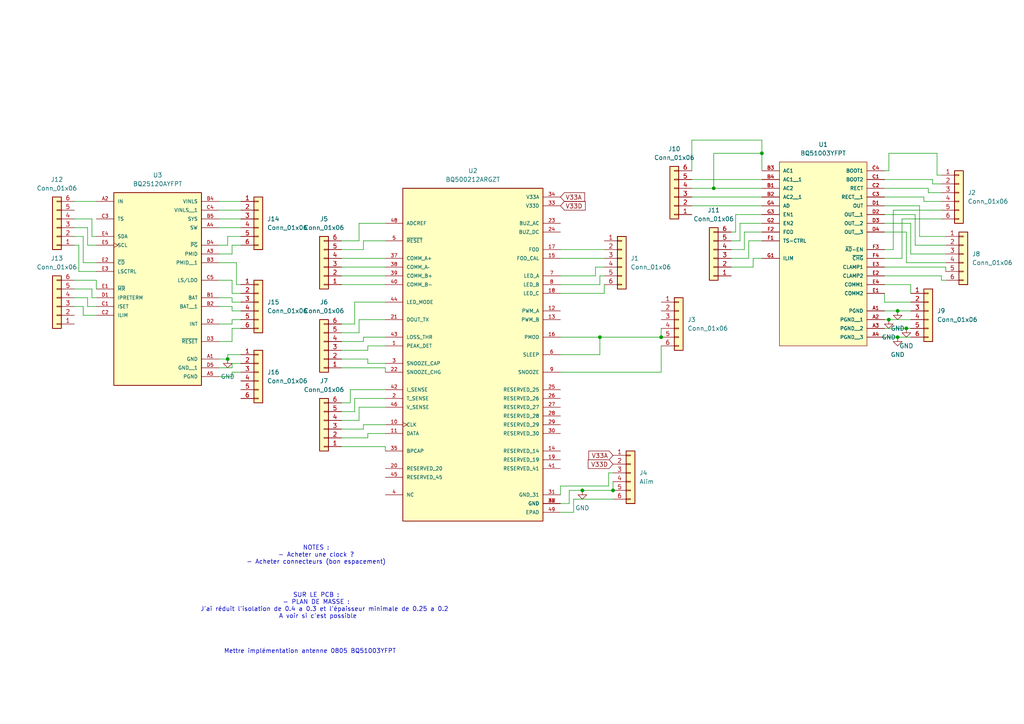
<source format=kicad_sch>
(kicad_sch (version 20250114) (generator "eeschema") (generator_version "9.0")
  (paper "A4")
  (title_block (title "Test PCB") (date "2025-10-18") (rev "1.0") (company "Coloc CORP"))
  (lib_symbols
    (symbol "BQ25120AYFPT:BQ25120AYFPT" (pin_names (offset 1.016))
      (property "Reference" "U" (at -12.7 23.622 0))
      (property "Value" "BQ25120AYFPT" (at -12.7 -35.56 0))
      (symbol "BQ25120AYFPT_0_0"
        (rectangle (start -12.7 -33.02) (end 12.7 22.86) (stroke (width 0.254)) (fill (type background)))
        (pin input line (at -17.78 20.32 0) (length 5.08) (name "IN") (number "A2"))
        (pin input line (at -17.78 15.24 0) (length 5.08) (name "TS") (number "C3"))
        (pin bidirectional line (at -17.78 10.16 0) (length 5.08) (name "SDA") (number "E4"))
        (pin input clock (at -17.78 7.62 0) (length 5.08) (name "SCL") (number "E5"))
        (pin input line (at -17.78 2.54 0) (length 5.08) (name "~{CD}") (number "E2"))
        (pin input line (at -17.78 0 0) (length 5.08) (name "LSCTRL") (number "E3"))
        (pin input line (at -17.78 -5.08 0) (length 5.08) (name "~{MR}") (number "E1"))
        (pin input line (at -17.78 -7.62 0) (length 5.08) (name "IPRETERM") (number "D1"))
        (pin input line (at -17.78 -10.16 0) (length 5.08) (name "ISET") (number "C1"))
        (pin input line (at -17.78 -12.7 0) (length 5.08) (name "ILIM") (number "C2"))
        (pin input line (at 17.78 20.32 180) (length 5.08) (name "VINLS") (number "B4"))
        (pin input line (at 17.78 17.78 180) (length 5.08) (name "VINLS__1") (number "C4"))
        (pin input line (at 17.78 15.24 180) (length 5.08) (name "SYS") (number "B5"))
        (pin output line (at 17.78 12.7 180) (length 5.08) (name "SW") (number "A4"))
        (pin output line (at 17.78 7.62 180) (length 5.08) (name "~{PG}") (number "D4"))
        (pin bidirectional line (at 17.78 5.08 180) (length 5.08) (name "PMID") (number "A3"))
        (pin bidirectional line (at 17.78 2.54 180) (length 5.08) (name "PMID__1") (number "B3"))
        (pin output line (at 17.78 -2.54 180) (length 5.08) (name "LS/LDO") (number "C5"))
        (pin bidirectional line (at 17.78 -7.62 180) (length 5.08) (name "BAT") (number "B1"))
        (pin bidirectional line (at 17.78 -10.16 180) (length 5.08) (name "BAT__1") (number "B2"))
        (pin output line (at 17.78 -15.24 180) (length 5.08) (name "INT") (number "D2"))
        (pin output line (at 17.78 -20.32 180) (length 5.08) (name "~{RESET}") (number "D3"))
        (pin power_in line (at 17.78 -25.4 180) (length 5.08) (name "GND") (number "A1"))
        (pin power_in line (at 17.78 -27.94 180) (length 5.08) (name "GND__1") (number "D5"))
        (pin power_in line (at 17.78 -30.48 180) (length 5.08) (name "PGND") (number "A5"))
      )
    )
    (symbol "BQ51003YFPT:BQ51003YFPT" (pin_names (offset 1.016))
      (property "Reference" "U" (at -12.714 18.3082 0))
      (property "Value" "BQ51003YFPT" (at -12.7203 -38.1325 0))
      (symbol "BQ51003YFPT_0_0"
        (rectangle (start -12.7 -35.56) (end 12.7 17.78) (stroke (width 0.1524)) (fill (type background)))
        (pin input line (at -17.78 15.24 0) (length 5.08) (name "AC1") (number "B3"))
        (pin input line (at -17.78 12.7 0) (length 5.08) (name "AC1__1") (number "B4"))
        (pin input line (at -17.78 10.16 0) (length 5.08) (name "AC2") (number "B1"))
        (pin input line (at -17.78 7.62 0) (length 5.08) (name "AC2__1") (number "B2"))
        (pin input line (at -17.78 5.08 0) (length 5.08) (name "AD") (number "G4"))
        (pin input line (at -17.78 2.54 0) (length 5.08) (name "EN1") (number "G3"))
        (pin input line (at -17.78 0 0) (length 5.08) (name "EN2") (number "G2"))
        (pin input line (at -17.78 -2.54 0) (length 5.08) (name "FOD") (number "F2"))
        (pin input line (at -17.78 -5.08 0) (length 5.08) (name "TS-CTRL") (number "F1"))
        (pin bidirectional line (at -17.78 -10.16 0) (length 5.08) (name "ILIM") (number "G1"))
        (pin output line (at 17.78 15.24 180) (length 5.08) (name "BOOT1") (number "C4"))
        (pin output line (at 17.78 12.7 180) (length 5.08) (name "BOOT2") (number "C1"))
        (pin output line (at 17.78 10.16 180) (length 5.08) (name "RECT") (number "C2"))
        (pin output line (at 17.78 7.62 180) (length 5.08) (name "RECT__1") (number "C3"))
        (pin output line (at 17.78 5.08 180) (length 5.08) (name "OUT") (number "D1"))
        (pin output line (at 17.78 2.54 180) (length 5.08) (name "OUT__1") (number "D2"))
        (pin output line (at 17.78 0 180) (length 5.08) (name "OUT__2") (number "D3"))
        (pin output line (at 17.78 -2.54 180) (length 5.08) (name "OUT__3") (number "D4"))
        (pin output line (at 17.78 -7.62 180) (length 5.08) (name "~{AD}-EN") (number "F3"))
        (pin output line (at 17.78 -10.16 180) (length 5.08) (name "~{CHG}") (number "F4"))
        (pin output line (at 17.78 -12.7 180) (length 5.08) (name "CLAMP1") (number "E3"))
        (pin output line (at 17.78 -15.24 180) (length 5.08) (name "CLAMP2") (number "E2"))
        (pin output line (at 17.78 -17.78 180) (length 5.08) (name "COMM1") (number "E4"))
        (pin output line (at 17.78 -20.32 180) (length 5.08) (name "COMM2") (number "E1"))
        (pin power_in line (at 17.78 -25.4 180) (length 5.08) (name "PGND") (number "A1"))
        (pin power_in line (at 17.78 -27.94 180) (length 5.08) (name "PGND__1") (number "A2"))
        (pin power_in line (at 17.78 -30.48 180) (length 5.08) (name "PGND__2") (number "A3"))
        (pin power_in line (at 17.78 -33.02 180) (length 5.08) (name "PGND__3") (number "A4"))
      )
    )
    (symbol "Connector_Generic:Conn_01x06" (pin_names (offset 1.016) (hide yes))
      (property "Reference" "J" (at 0 7.62 0))
      (property "Value" "Conn_01x06" (at 0 -10.16 0))
      (symbol "Conn_01x06_1_1"
        (rectangle (start -1.27 6.35) (end 1.27 -8.89) (stroke (width 0.254)) (fill (type background)))
        (rectangle (start -1.27 5.207) (end 0 4.953) (stroke (width 0.1524)))
        (rectangle (start -1.27 2.667) (end 0 2.413) (stroke (width 0.1524)))
        (rectangle (start -1.27 0.127) (end 0 -0.127) (stroke (width 0.1524)))
        (rectangle (start -1.27 -2.413) (end 0 -2.667) (stroke (width 0.1524)))
        (rectangle (start -1.27 -4.953) (end 0 -5.207) (stroke (width 0.1524)))
        (rectangle (start -1.27 -7.493) (end 0 -7.747) (stroke (width 0.1524)))
        (pin passive line (at -5.08 5.08 0) (length 3.81) (name "Pin_1") (number "1"))
        (pin passive line (at -5.08 2.54 0) (length 3.81) (name "Pin_2") (number "2"))
        (pin passive line (at -5.08 0 0) (length 3.81) (name "Pin_3") (number "3"))
        (pin passive line (at -5.08 -2.54 0) (length 3.81) (name "Pin_4") (number "4"))
        (pin passive line (at -5.08 -5.08 0) (length 3.81) (name "Pin_5") (number "5"))
        (pin passive line (at -5.08 -7.62 0) (length 3.81) (name "Pin_6") (number "6"))
      )
    )
    (symbol "importSnap:BQ500212ARGZT" (pin_names (offset 1.016))
      (property "Reference" "U" (at -20.32 49.022 0))
      (property "Value" "BQ500212ARGZT" (at -20.32 -50.8 0))
      (symbol "BQ500212ARGZT_0_0"
        (rectangle (start -20.32 -48.26) (end 20.32 48.26) (stroke (width 0.254)) (fill (type background)))
        (pin input line (at -25.4 38.1 0) (length 5.08) (name "ADCREF") (number "48"))
        (pin input line (at -25.4 33.02 0) (length 5.08) (name "~{RESET}") (number "5"))
        (pin input line (at -25.4 27.94 0) (length 5.08) (name "COMM_A+") (number "37"))
        (pin input line (at -25.4 25.4 0) (length 5.08) (name "COMM_A–") (number "38"))
        (pin input line (at -25.4 22.86 0) (length 5.08) (name "COMM_B+") (number "39"))
        (pin input line (at -25.4 20.32 0) (length 5.08) (name "COMM_B-") (number "40"))
        (pin input line (at -25.4 15.24 0) (length 5.08) (name "LED_MODE") (number "44"))
        (pin input line (at -25.4 10.16 0) (length 5.08) (name "DOUT_TX") (number "21"))
        (pin input line (at -25.4 5.08 0) (length 5.08) (name "LOSS_THR") (number "43"))
        (pin input line (at -25.4 2.54 0) (length 5.08) (name "PEAK_DET") (number "1"))
        (pin input line (at -25.4 -2.54 0) (length 5.08) (name "SNOOZE_CAP") (number "3"))
        (pin input line (at -25.4 -5.08 0) (length 5.08) (name "SNOOZE_CHG") (number "22"))
        (pin input line (at -25.4 -10.16 0) (length 5.08) (name "I_SENSE") (number "42"))
        (pin input line (at -25.4 -12.7 0) (length 5.08) (name "T_SENSE") (number "2"))
        (pin input line (at -25.4 -15.24 0) (length 5.08) (name "V_SENSE") (number "46"))
        (pin bidirectional clock (at -25.4 -20.32 0) (length 5.08) (name "CLK") (number "10"))
        (pin bidirectional line (at -25.4 -22.86 0) (length 5.08) (name "DATA") (number "11"))
        (pin passive line (at -25.4 -27.94 0) (length 5.08) (name "BPCAP") (number "35"))
        (pin input line (at -25.4 -33.02 0) (length 5.08) (name "RESERVED_20") (number "20"))
        (pin input line (at -25.4 -35.56 0) (length 5.08) (name "RESERVED_45") (number "45"))
        (pin passive line (at -25.4 -40.64 0) (length 5.08) (name "NC") (number "4"))
        (pin power_in line (at 25.4 45.72 180) (length 5.08) (name "V33A") (number "34"))
        (pin power_in line (at 25.4 43.18 180) (length 5.08) (name "V33D") (number "33"))
        (pin output line (at 25.4 38.1 180) (length 5.08) (name "BUZ_AC") (number "23"))
        (pin output line (at 25.4 35.56 180) (length 5.08) (name "BUZ_DC") (number "24"))
        (pin output line (at 25.4 30.48 180) (length 5.08) (name "FOD") (number "17"))
        (pin output line (at 25.4 27.94 180) (length 5.08) (name "FOD_CAL") (number "15"))
        (pin output line (at 25.4 22.86 180) (length 5.08) (name "LED_A") (number "7"))
        (pin output line (at 25.4 20.32 180) (length 5.08) (name "LED_B") (number "8"))
        (pin output line (at 25.4 17.78 180) (length 5.08) (name "LED_C") (number "18"))
        (pin output line (at 25.4 12.7 180) (length 5.08) (name "PWM_A") (number "12"))
        (pin output line (at 25.4 10.16 180) (length 5.08) (name "PWM_B") (number "13"))
        (pin output line (at 25.4 5.08 180) (length 5.08) (name "PMOD") (number "16"))
        (pin output line (at 25.4 0 180) (length 5.08) (name "SLEEP") (number "6"))
        (pin output line (at 25.4 -5.08 180) (length 5.08) (name "SNOOZE") (number "9"))
        (pin bidirectional line (at 25.4 -10.16 180) (length 5.08) (name "RESERVED_25") (number "25"))
        (pin bidirectional line (at 25.4 -12.7 180) (length 5.08) (name "RESERVED_26") (number "26"))
        (pin bidirectional line (at 25.4 -15.24 180) (length 5.08) (name "RESERVED_27") (number "27"))
        (pin bidirectional line (at 25.4 -17.78 180) (length 5.08) (name "RESERVED_28") (number "28"))
        (pin bidirectional line (at 25.4 -20.32 180) (length 5.08) (name "RESERVED_29") (number "29"))
        (pin bidirectional line (at 25.4 -22.86 180) (length 5.08) (name "RESERVED_30") (number "30"))
        (pin output line (at 25.4 -27.94 180) (length 5.08) (name "RESERVED_14") (number "14"))
        (pin output line (at 25.4 -30.48 180) (length 5.08) (name "RESERVED_19") (number "19"))
        (pin output line (at 25.4 -33.02 180) (length 5.08) (name "RESERVED_41") (number "41"))
        (pin bidirectional line (at 25.4 -40.64 180) (length 5.08) (name "GND_31") (number "31"))
        (pin power_in line (at 25.4 -43.18 180) (length 5.08) (name "GND") (number "32"))
        (pin power_in line (at 25.4 -43.18 180) (length 5.08) (name "GND") (number "36"))
        (pin power_in line (at 25.4 -43.18 180) (length 5.08) (name "GND") (number "47"))
        (pin power_in line (at 25.4 -45.72 180) (length 5.08) (name "EPAD") (number "49"))
      )
    )
    (symbol "power:GND" (power) (pin_numbers (hide yes)) (pin_names (offset 0) (hide yes))
      (property "Value" "GND" (at 0 -3.81 0))
      (symbol "GND_0_1"
        (polyline (pts (xy 0 0) (xy 0 -1.27) (xy 1.27 -1.27) (xy 0 -2.54) (xy -1.27 -1.27) (xy 0 -1.27)))
      )
      (symbol "GND_1_1"
        (pin power_in line (at 0 0 270) (length 0) (name "~") (number "1"))
      )
    )
  )
  (text "SUR LE PCB : \n- PLAN DE MASSE : \n	J'ai réduit l'isolation de 0.4 a 0.3 et l'épaisseur minimale de 0.25 a 0.2 \nA voir si c'est possible\n" (at 92.202 175.768 0) (effects (font (size 1.27 1.27))))
  (text "NOTES :\n- Acheter une clock ?\n- Acheter connecteurs (bon espacement)" (at 91.694 161.036 0) (effects (font (size 1.27 1.27))))
  (text "Mettre implémentation antenne 0805 BQ51003YFPT" (at 89.916 188.976 0) (effects (font (size 1.27 1.27))))
  (junction (at 177.8 142.24))
  (junction (at 191.77 97.79))
  (junction (at 262.89 95.25))
  (junction (at 66.04 104.14))
  (junction (at 207.01 54.61))
  (junction (at 173.99 97.79))
  (junction (at 257.773 92.71))
  (junction (at 260.35 97.79))
  (junction (at 168.91 142.24))
  (junction (at 220.98 44.45))
  (junction (at 260.35 90.17))
  (wire (pts (xy 266.7 59.69) (xy 266.7 68.58)))
  (wire (pts (xy 173.99 102.87) (xy 173.99 97.79)))
  (wire (pts (xy 106.68 125.73) (xy 111.76 125.73)))
  (wire (pts (xy 264.16 82.55) (xy 264.16 85.09)))
  (wire (pts (xy 63.5 109.22) (xy 67.31 109.22)))
  (wire (pts (xy 177.8 139.7) (xy 177.8 142.24)))
  (wire (pts (xy 256.54 59.69) (xy 266.7 59.69)))
  (wire (pts (xy 168.91 142.24) (xy 177.8 142.24)))
  (wire (pts (xy 175.26 80.01) (xy 173.99 80.01)))
  (wire (pts (xy 207.01 44.45) (xy 220.98 44.45)))
  (wire (pts (xy 99.06 69.85) (xy 104.14 69.85)))
  (wire (pts (xy 21.59 83.82) (xy 26.67 83.82)))
  (wire (pts (xy 99.06 106.68) (xy 111.76 106.68)))
  (wire (pts (xy 200.66 40.64) (xy 220.98 40.64)))
  (wire (pts (xy 67.31 73.66) (xy 67.31 71.12)))
  (wire (pts (xy 191.77 97.79) (xy 191.77 95.25)))
  (wire (pts (xy 104.14 118.11) (xy 111.76 118.11)))
  (wire (pts (xy 257.773 92.71) (xy 264.16 92.71)))
  (wire (pts (xy 25.4 71.12) (xy 27.94 71.12)))
  (wire (pts (xy 271.78 50.8) (xy 273.05 50.8)))
  (wire (pts (xy 102.87 87.63) (xy 111.76 87.63)))
  (wire (pts (xy 162.56 146.05) (xy 165.1 146.05)))
  (wire (pts (xy 267.97 58.42) (xy 273.05 58.42)))
  (wire (pts (xy 102.87 93.98) (xy 102.87 87.63)))
  (wire (pts (xy 105.41 123.19) (xy 111.76 123.19)))
  (wire (pts (xy 256.54 90.17) (xy 260.35 90.17)))
  (wire (pts (xy 256.54 92.71) (xy 257.773 92.71)))
  (wire (pts (xy 63.5 63.5) (xy 69.85 63.5)))
  (wire (pts (xy 265.43 71.12) (xy 274.32 71.12)))
  (wire (pts (xy 63.5 104.14) (xy 66.04 104.14)))
  (wire (pts (xy 99.06 124.46) (xy 105.41 124.46)))
  (wire (pts (xy 63.5 88.9) (xy 67.31 88.9)))
  (wire (pts (xy 106.68 100.33) (xy 111.76 100.33)))
  (wire (pts (xy 165.1 142.24) (xy 168.91 142.24)))
  (wire (pts (xy 67.31 95.25) (xy 69.85 95.25)))
  (wire (pts (xy 99.06 127) (xy 106.68 127)))
  (wire (pts (xy 177.8 144.78) (xy 166.37 144.78)))
  (wire (pts (xy 220.98 64.77) (xy 214.63 64.77)))
  (wire (pts (xy 63.5 60.96) (xy 69.85 60.96)))
  (wire (pts (xy 274.32 81.28) (xy 273.05 81.28)))
  (wire (pts (xy 200.66 52.07) (xy 220.98 52.07)))
  (wire (pts (xy 66.04 68.58) (xy 69.85 68.58)))
  (wire (pts (xy 191.77 107.95) (xy 191.77 100.33)))
  (wire (pts (xy 105.41 99.06) (xy 105.41 97.79)))
  (wire (pts (xy 105.41 124.46) (xy 105.41 123.19)))
  (wire (pts (xy 63.5 106.68) (xy 67.31 106.68)))
  (wire (pts (xy 274.32 73.66) (xy 264.16 73.66)))
  (wire (pts (xy 176.53 137.16) (xy 177.8 137.16)))
  (wire (pts (xy 67.31 107.95) (xy 69.85 107.95)))
  (wire (pts (xy 273.05 81.28) (xy 273.05 80.01)))
  (wire (pts (xy 67.31 99.06) (xy 67.31 95.25)))
  (wire (pts (xy 257.81 44.45) (xy 271.78 44.45)))
  (wire (pts (xy 218.44 74.93) (xy 218.44 77.47)))
  (wire (pts (xy 270.51 53.34) (xy 270.51 52.07)))
  (wire (pts (xy 273.05 60.96) (xy 259.08 60.96)))
  (wire (pts (xy 256.54 82.55) (xy 264.16 82.55)))
  (wire (pts (xy 256.54 85.09) (xy 256.54 87.63)))
  (wire (pts (xy 173.99 82.55) (xy 162.56 82.55)))
  (wire (pts (xy 213.36 67.31) (xy 213.36 62.23)))
  (wire (pts (xy 256.54 77.47) (xy 274.32 77.47)))
  (wire (pts (xy 213.36 62.23) (xy 220.98 62.23)))
  (wire (pts (xy 25.4 86.36) (xy 25.4 88.9)))
  (wire (pts (xy 67.31 105.41) (xy 69.85 105.41)))
  (wire (pts (xy 271.78 50.8) (xy 271.78 44.45)))
  (wire (pts (xy 21.59 66.04) (xy 25.4 66.04)))
  (wire (pts (xy 207.01 54.61) (xy 220.98 54.61)))
  (wire (pts (xy 67.31 90.17) (xy 69.85 90.17)))
  (wire (pts (xy 67.31 87.63) (xy 69.85 87.63)))
  (wire (pts (xy 274.32 77.47) (xy 274.32 78.74)))
  (wire (pts (xy 21.59 86.36) (xy 25.4 86.36)))
  (wire (pts (xy 166.37 144.78) (xy 166.37 148.59)))
  (wire (pts (xy 256.54 62.23) (xy 265.43 62.23)))
  (wire (pts (xy 267.97 58.42) (xy 267.97 57.15)))
  (wire (pts (xy 67.31 71.12) (xy 69.85 71.12)))
  (wire (pts (xy 25.4 88.9) (xy 27.94 88.9)))
  (wire (pts (xy 200.66 49.53) (xy 200.66 40.64)))
  (wire (pts (xy 26.67 68.58) (xy 27.94 68.58)))
  (wire (pts (xy 256.54 95.25) (xy 262.89 95.25)))
  (wire (pts (xy 68.58 76.2) (xy 68.58 82.55)))
  (wire (pts (xy 101.6 113.03) (xy 111.76 113.03)))
  (wire (pts (xy 217.17 69.85) (xy 220.98 69.85)))
  (wire (pts (xy 21.59 68.58) (xy 24.13 68.58)))
  (wire (pts (xy 105.41 97.79) (xy 111.76 97.79)))
  (wire (pts (xy 24.13 76.2) (xy 27.94 76.2)))
  (wire (pts (xy 99.06 80.01) (xy 111.76 80.01)))
  (wire (pts (xy 262.89 76.2) (xy 274.32 76.2)))
  (wire (pts (xy 68.58 82.55) (xy 69.85 82.55)))
  (wire (pts (xy 104.14 64.77) (xy 111.76 64.77)))
  (wire (pts (xy 24.13 68.58) (xy 24.13 76.2)))
  (wire (pts (xy 63.5 99.06) (xy 67.31 99.06)))
  (wire (pts (xy 101.6 116.84) (xy 101.6 113.03)))
  (wire (pts (xy 26.67 86.36) (xy 27.94 86.36)))
  (wire (pts (xy 264.16 73.66) (xy 264.16 64.77)))
  (wire (pts (xy 260.35 90.17) (xy 264.16 90.17)))
  (wire (pts (xy 262.89 67.31) (xy 262.89 76.2)))
  (wire (pts (xy 104.14 121.92) (xy 104.14 118.11)))
  (wire (pts (xy 105.41 72.39) (xy 99.06 72.39)))
  (wire (pts (xy 173.99 97.79) (xy 191.77 97.79)))
  (wire (pts (xy 21.59 88.9) (xy 24.13 88.9)))
  (wire (pts (xy 99.06 99.06) (xy 105.41 99.06)))
  (wire (pts (xy 99.06 116.84) (xy 101.6 116.84)))
  (wire (pts (xy 220.98 40.64) (xy 220.98 44.45)))
  (wire (pts (xy 256.54 87.63) (xy 264.16 87.63)))
  (wire (pts (xy 21.59 63.5) (xy 26.67 63.5)))
  (wire (pts (xy 24.13 88.9) (xy 24.13 91.44)))
  (wire (pts (xy 261.62 63.5) (xy 273.05 63.5)))
  (wire (pts (xy 262.89 95.25) (xy 264.16 95.25)))
  (wire (pts (xy 162.56 97.79) (xy 173.99 97.79)))
  (wire (pts (xy 215.9 67.31) (xy 220.98 67.31)))
  (wire (pts (xy 265.43 62.23) (xy 265.43 71.12)))
  (wire (pts (xy 66.04 104.14) (xy 66.04 102.87)))
  (wire (pts (xy 106.68 101.6) (xy 106.68 100.33)))
  (wire (pts (xy 269.24 55.88) (xy 269.24 54.61)))
  (wire (pts (xy 26.67 63.5) (xy 26.67 68.58)))
  (wire (pts (xy 214.63 64.77) (xy 214.63 69.85)))
  (wire (pts (xy 215.9 72.39) (xy 215.9 67.31)))
  (wire (pts (xy 266.7 68.58) (xy 274.32 68.58)))
  (wire (pts (xy 24.13 91.44) (xy 27.94 91.44)))
  (wire (pts (xy 176.53 140.97) (xy 176.53 137.16)))
  (wire (pts (xy 218.44 77.47) (xy 212.09 77.47)))
  (wire (pts (xy 162.56 80.01) (xy 172.72 80.01)))
  (wire (pts (xy 102.87 119.38) (xy 102.87 115.57)))
  (wire (pts (xy 212.09 74.93) (xy 217.17 74.93)))
  (wire (pts (xy 256.54 80.01) (xy 273.05 80.01)))
  (wire (pts (xy 207.01 44.45) (xy 207.01 54.61)))
  (wire (pts (xy 172.72 80.01) (xy 172.72 77.47)))
  (wire (pts (xy 257.81 49.53) (xy 256.54 49.53)))
  (wire (pts (xy 106.68 105.41) (xy 111.76 105.41)))
  (wire (pts (xy 63.5 73.66) (xy 67.31 73.66)))
  (wire (pts (xy 172.72 77.47) (xy 175.26 77.47)))
  (wire (pts (xy 162.56 74.93) (xy 175.26 74.93)))
  (wire (pts (xy 212.09 72.39) (xy 215.9 72.39)))
  (wire (pts (xy 256.54 67.31) (xy 262.89 67.31)))
  (wire (pts (xy 99.06 121.92) (xy 104.14 121.92)))
  (wire (pts (xy 111.76 129.54) (xy 111.76 130.81)))
  (wire (pts (xy 104.14 69.85) (xy 104.14 64.77)))
  (wire (pts (xy 259.08 72.39) (xy 256.54 72.39)))
  (wire (pts (xy 67.31 109.22) (xy 67.31 107.95)))
  (wire (pts (xy 66.04 71.12) (xy 66.04 68.58)))
  (wire (pts (xy 256.54 97.79) (xy 260.35 97.79)))
  (wire (pts (xy 67.31 85.09) (xy 69.85 85.09)))
  (wire (pts (xy 67.31 92.71) (xy 69.85 92.71)))
  (wire (pts (xy 220.98 74.93) (xy 218.44 74.93)))
  (wire (pts (xy 217.17 74.93) (xy 217.17 69.85)))
  (wire (pts (xy 66.04 102.87) (xy 69.85 102.87)))
  (wire (pts (xy 21.59 81.28) (xy 27.94 81.28)))
  (wire (pts (xy 166.37 148.59) (xy 162.56 148.59)))
  (wire (pts (xy 200.66 59.69) (xy 220.98 59.69)))
  (wire (pts (xy 99.06 104.14) (xy 106.68 104.14)))
  (wire (pts (xy 173.99 80.01) (xy 173.99 82.55)))
  (wire (pts (xy 162.56 72.39) (xy 175.26 72.39)))
  (wire (pts (xy 99.06 77.47) (xy 111.76 77.47)))
  (wire (pts (xy 269.24 55.88) (xy 273.05 55.88)))
  (wire (pts (xy 99.06 74.93) (xy 111.76 74.93)))
  (wire (pts (xy 63.5 71.12) (xy 66.04 71.12)))
  (wire (pts (xy 67.31 93.98) (xy 67.31 92.71)))
  (wire (pts (xy 67.31 106.68) (xy 67.31 105.41)))
  (wire (pts (xy 27.94 78.74) (xy 22.86 78.74)))
  (wire (pts (xy 175.26 85.09) (xy 175.26 82.55)))
  (wire (pts (xy 26.67 83.82) (xy 26.67 86.36)))
  (wire (pts (xy 162.56 143.51) (xy 162.56 140.97)))
  (wire (pts (xy 27.94 81.28) (xy 27.94 83.82)))
  (wire (pts (xy 111.76 69.85) (xy 105.41 69.85)))
  (wire (pts (xy 22.86 71.12) (xy 21.59 71.12)))
  (wire (pts (xy 67.31 81.28) (xy 67.31 85.09)))
  (wire (pts (xy 63.5 81.28) (xy 67.31 81.28)))
  (wire (pts (xy 99.06 96.52) (xy 104.14 96.52)))
  (wire (pts (xy 63.5 93.98) (xy 67.31 93.98)))
  (wire (pts (xy 259.08 60.96) (xy 259.08 72.39)))
  (wire (pts (xy 165.1 146.05) (xy 165.1 142.24)))
  (wire (pts (xy 267.97 57.15) (xy 256.54 57.15)))
  (wire (pts (xy 25.4 66.04) (xy 25.4 71.12)))
  (wire (pts (xy 260.35 97.79) (xy 264.16 97.79)))
  (wire (pts (xy 162.56 102.87) (xy 173.99 102.87)))
  (wire (pts (xy 104.14 92.71) (xy 111.76 92.71)))
  (wire (pts (xy 257.81 44.45) (xy 257.81 49.53)))
  (wire (pts (xy 99.06 101.6) (xy 106.68 101.6)))
  (wire (pts (xy 99.06 119.38) (xy 102.87 119.38)))
  (wire (pts (xy 63.5 58.42) (xy 69.85 58.42)))
  (wire (pts (xy 102.87 115.57) (xy 111.76 115.57)))
  (wire (pts (xy 104.14 96.52) (xy 104.14 92.71)))
  (wire (pts (xy 99.06 129.54) (xy 111.76 129.54)))
  (wire (pts (xy 106.68 104.14) (xy 106.68 105.41)))
  (wire (pts (xy 200.66 57.15) (xy 220.98 57.15)))
  (wire (pts (xy 105.41 69.85) (xy 105.41 72.39)))
  (wire (pts (xy 256.54 74.93) (xy 261.62 74.93)))
  (wire (pts (xy 162.56 140.97) (xy 176.53 140.97)))
  (wire (pts (xy 111.76 106.68) (xy 111.76 107.95)))
  (wire (pts (xy 162.56 107.95) (xy 191.77 107.95)))
  (wire (pts (xy 22.86 78.74) (xy 22.86 71.12)))
  (wire (pts (xy 214.63 69.85) (xy 212.09 69.85)))
  (wire (pts (xy 220.98 49.53) (xy 220.98 44.45)))
  (wire (pts (xy 21.59 58.42) (xy 27.94 58.42)))
  (wire (pts (xy 261.62 74.93) (xy 261.62 63.5)))
  (wire (pts (xy 269.24 54.61) (xy 256.54 54.61)))
  (wire (pts (xy 162.56 85.09) (xy 175.26 85.09)))
  (wire (pts (xy 99.06 93.98) (xy 102.87 93.98)))
  (wire (pts (xy 200.66 54.61) (xy 207.01 54.61)))
  (wire (pts (xy 99.06 82.55) (xy 111.76 82.55)))
  (wire (pts (xy 67.31 88.9) (xy 67.31 90.17)))
  (wire (pts (xy 256.54 52.07) (xy 270.51 52.07)))
  (wire (pts (xy 270.51 53.34) (xy 273.05 53.34)))
  (wire (pts (xy 63.5 76.2) (xy 68.58 76.2)))
  (wire (pts (xy 264.16 64.77) (xy 256.54 64.77)))
  (wire (pts (xy 212.09 67.31) (xy 213.36 67.31)))
  (wire (pts (xy 67.31 86.36) (xy 67.31 87.63)))
  (wire (pts (xy 63.5 86.36) (xy 67.31 86.36)))
  (wire (pts (xy 106.68 127) (xy 106.68 125.73)))
  (wire (pts (xy 63.5 66.04) (xy 69.85 66.04)))
  (global_label "V33A" (shape input) (at 162.56 57.15 0) (property "Intersheetrefs" "${INTERSHEET_REFS}" (effects (hide yes))))
  (global_label "V33A" (shape input) (at 177.8 132.08 180) (property "Intersheetrefs" "${INTERSHEET_REFS}" (effects (hide yes))))
  (global_label "V33D" (shape input) (at 177.8 134.62 180) (property "Intersheetrefs" "${INTERSHEET_REFS}" (effects (hide yes))))
  (global_label "V33D" (shape input) (at 162.56 59.69 0) (property "Intersheetrefs" "${INTERSHEET_REFS}" (effects (hide yes))))
  (symbol (lib_id "power:GND") (at 260.35 97.79 0) (unit 1)
    (property "Reference" "#PWR06" (effects (hide yes)))
    (property "Value" "GND" (at 260.35 102.87 0))
    (property "Description" "Power symbol creates a global label with name \"GND\" , ground" (effects (hide yes)))
  )
  (symbol (lib_id "power:GND") (at 260.35 90.17 0) (unit 1)
    (property "Reference" "#PWR03" (effects (hide yes)))
    (property "Value" "GND" (at 260.35 95.25 0))
    (property "Description" "Power symbol creates a global label with name \"GND\" , ground" (effects (hide yes)))
  )
  (symbol (lib_id "Connector_Generic:Conn_01x06") (at 180.34 74.93 0) (unit 1)
    (property "Reference" "J1" (at 182.88 74.9299 0) (effects (justify left)))
    (property "Value" "Conn_01x06" (at 182.88 77.4699 0) (effects (justify left)))
    (property "Footprint" "Connector_PinHeader_2.54mm:PinHeader_1x06_P2.54mm_Vertical" (effects (hide yes)))
    (property "Description" "Generic connector, single row, 01x06, script generated (kicad-library-utils/schlib/autogen/connector/)" (effects (hide yes)))
  )
  (symbol (lib_id "Connector_Generic:Conn_01x06") (at 16.51 88.9 180) (unit 1)
    (property "Reference" "J13" (at 16.51 74.93 0))
    (property "Value" "Conn_01x06" (at 16.51 77.47 0))
    (property "Footprint" "Connector_PinHeader_2.54mm:PinHeader_1x06_P2.54mm_Vertical" (effects (hide yes)))
    (property "Description" "Generic connector, single row, 01x06, script generated (kicad-library-utils/schlib/autogen/connector/)" (effects (hide yes)))
  )
  (symbol (lib_id "Connector_Generic:Conn_01x06") (at 279.4 73.66 0) (unit 1)
    (property "Reference" "J8" (at 281.94 73.6599 0) (effects (justify left)))
    (property "Value" "Conn_01x06" (at 281.94 76.1999 0) (effects (justify left)))
    (property "Footprint" "Connector_PinHeader_2.54mm:PinHeader_1x06_P2.54mm_Vertical" (effects (hide yes)))
    (property "Description" "Generic connector, single row, 01x06, script generated (kicad-library-utils/schlib/autogen/connector/)" (effects (hide yes)))
  )
  (symbol (lib_id "Connector_Generic:Conn_01x06") (at 93.98 124.46 180) (unit 1)
    (property "Reference" "J7" (at 93.98 110.49 0))
    (property "Value" "Conn_01x06" (at 93.98 113.03 0))
    (property "Footprint" "Connector_PinHeader_2.54mm:PinHeader_1x06_P2.54mm_Vertical" (effects (hide yes)))
    (property "Description" "Generic connector, single row, 01x06, script generated (kicad-library-utils/schlib/autogen/connector/)" (effects (hide yes)))
  )
  (symbol (lib_id "Connector_Generic:Conn_01x06") (at 93.98 77.47 180) (unit 1)
    (property "Reference" "J5" (at 93.98 63.5 0))
    (property "Value" "Conn_01x06" (at 93.98 66.04 0))
    (property "Footprint" "Connector_PinHeader_2.54mm:PinHeader_1x06_P2.54mm_Vertical" (effects (hide yes)))
    (property "Description" "Generic connector, single row, 01x06, script generated (kicad-library-utils/schlib/autogen/connector/)" (effects (hide yes)))
  )
  (symbol (lib_id "Connector_Generic:Conn_01x06") (at 74.93 107.95 0) (unit 1)
    (property "Reference" "J16" (at 77.47 107.9499 0) (effects (justify left)))
    (property "Value" "Conn_01x06" (at 77.47 110.4899 0) (effects (justify left)))
    (property "Footprint" "Connector_PinHeader_2.54mm:PinHeader_1x06_P2.54mm_Vertical" (effects (hide yes)))
    (property "Description" "Generic connector, single row, 01x06, script generated (kicad-library-utils/schlib/autogen/connector/)" (effects (hide yes)))
  )
  (symbol (lib_id "BQ51003YFPT:BQ51003YFPT") (at 238.76 64.77 0) (unit 1)
    (property "Reference" "U1" (at 238.76 41.91 0))
    (property "Value" "BQ51003YFPT" (at 238.76 44.45 0))
    (property "Footprint" "BQ51003YFPT:BGA28N40P7X4_300X188X50N" (effects (hide yes)))
    (property "PARTREV" "B" (effects (hide yes)))
    (property "STANDARD" "IPC-7351B" (effects (hide yes)))
    (property "MANUFACTURER" "Texas Instruments" (effects (hide yes)))
  )
  (symbol (lib_id "importSnap:BQ500212ARGZT") (at 137.16 102.87 0) (unit 1)
    (property "Reference" "U2" (at 137.16 49.53 0))
    (property "Value" "BQ500212ARGZT" (at 137.16 52.07 0))
    (property "Footprint" "tonpere:IC_BQ500212ARGZT" (effects (hide yes)))
    (property "MF" "Texas Instruments" (effects (hide yes)))
    (property "MAXIMUM_PACKAGE_HEIGHT" "1mm" (effects (hide yes)))
    (property "Package" "VQFN-48 Texas Instruments" (effects (hide yes)))
    (property "Price" "None" (effects (hide yes)))
    (property "Check_prices" "https://www.snapeda.com/parts/BQ500212ARGZT/Texas+Instruments/view-part/?ref=eda" (effects (hide yes)))
    (property "STANDARD" "Manufacturer Recommendations" (effects (hide yes)))
    (property "PARTREV" "D" (effects (hide yes)))
    (property "SnapEDA_Link" "https://www.snapeda.com/parts/BQ500212ARGZT/Texas+Instruments/view-part/?ref=snap" (effects (hide yes)))
    (property "MP" "BQ500212ARGZT" (effects (hide yes)))
    (property "Description_1" "Qi Compliant 5V Wireless Power Transmitter Manager" (effects (hide yes)))
    (property "MANUFACTURER" "Texas Instruments" (effects (hide yes)))
    (property "Availability" "In Stock" (effects (hide yes)))
    (property "SNAPEDA_PN" "BQ500212ARGZT" (effects (hide yes)))
  )
  (symbol (lib_id "Connector_Generic:Conn_01x06") (at 93.98 101.6 180) (unit 1)
    (property "Reference" "J6" (at 93.98 87.63 0))
    (property "Value" "Conn_01x06" (at 93.98 90.17 0))
    (property "Footprint" "Connector_PinHeader_2.54mm:PinHeader_1x06_P2.54mm_Vertical" (effects (hide yes)))
    (property "Description" "Generic connector, single row, 01x06, script generated (kicad-library-utils/schlib/autogen/connector/)" (effects (hide yes)))
  )
  (symbol (lib_id "Connector_Generic:Conn_01x06") (at 74.93 87.63 0) (unit 1)
    (property "Reference" "J15" (at 77.47 87.6299 0) (effects (justify left)))
    (property "Value" "Conn_01x06" (at 77.47 90.1699 0) (effects (justify left)))
    (property "Footprint" "Connector_PinHeader_2.54mm:PinHeader_1x06_P2.54mm_Vertical" (effects (hide yes)))
    (property "Description" "Generic connector, single row, 01x06, script generated (kicad-library-utils/schlib/autogen/connector/)" (effects (hide yes)))
  )
  (symbol (lib_id "Connector_Generic:Conn_01x06") (at 182.88 137.16 0) (unit 1)
    (property "Reference" "J4" (at 185.42 137.1599 0) (effects (justify left)))
    (property "Value" "Alim" (at 185.42 139.6999 0) (effects (justify left)))
    (property "Footprint" "Connector_PinHeader_2.54mm:PinHeader_1x06_P2.54mm_Vertical" (effects (hide yes)))
    (property "Description" "Generic connector, single row, 01x06, script generated (kicad-library-utils/schlib/autogen/connector/)" (effects (hide yes)))
  )
  (symbol (lib_id "Connector_Generic:Conn_01x06") (at 269.24 90.17 0) (unit 1)
    (property "Reference" "J9" (at 271.78 90.1699 0) (effects (justify left)))
    (property "Value" "Conn_01x06" (at 271.78 92.7099 0) (effects (justify left)))
    (property "Footprint" "Connector_PinHeader_2.54mm:PinHeader_1x06_P2.54mm_Vertical" (effects (hide yes)))
    (property "Description" "Generic connector, single row, 01x06, script generated (kicad-library-utils/schlib/autogen/connector/)" (effects (hide yes)))
  )
  (symbol (lib_id "Connector_Generic:Conn_01x06") (at 207.01 74.93 180) (unit 1)
    (property "Reference" "J11" (at 207.01 60.96 0))
    (property "Value" "Conn_01x06" (at 207.01 63.5 0))
    (property "Footprint" "Connector_PinHeader_2.54mm:PinHeader_1x06_P2.54mm_Vertical" (effects (hide yes)))
    (property "Description" "Generic connector, single row, 01x06, script generated (kicad-library-utils/schlib/autogen/connector/)" (effects (hide yes)))
  )
  (symbol (lib_id "Connector_Generic:Conn_01x06") (at 195.58 57.15 180) (unit 1)
    (property "Reference" "J10" (at 195.58 43.18 0))
    (property "Value" "Conn_01x06" (at 195.58 45.72 0))
    (property "Footprint" "Connector_PinHeader_2.54mm:PinHeader_1x06_P2.54mm_Vertical" (effects (hide yes)))
    (property "Description" "Generic connector, single row, 01x06, script generated (kicad-library-utils/schlib/autogen/connector/)" (effects (hide yes)))
  )
  (symbol (lib_id "power:GND") (at 257.773 92.71 0) (unit 1)
    (property "Reference" "#PWR04" (effects (hide yes)))
    (property "Value" "GND" (at 257.773 97.79 0))
    (property "Description" "Power symbol creates a global label with name \"GND\" , ground" (effects (hide yes)))
  )
  (symbol (lib_id "power:GND") (at 168.91 142.24 0) (unit 1)
    (property "Reference" "#PWR01" (effects (hide yes)))
    (property "Value" "GND" (at 168.91 147.32 0))
    (property "Description" "Power symbol creates a global label with name \"GND\" , ground" (effects (hide yes)))
  )
  (symbol (lib_id "power:GND") (at 66.04 104.14 0) (unit 1)
    (property "Reference" "#PWR02" (effects (hide yes)))
    (property "Value" "GND" (at 66.04 109.22 0))
    (property "Description" "Power symbol creates a global label with name \"GND\" , ground" (effects (hide yes)))
  )
  (symbol (lib_id "Connector_Generic:Conn_01x06") (at 196.85 92.71 0) (unit 1)
    (property "Reference" "J3" (at 199.39 92.7099 0) (effects (justify left)))
    (property "Value" "Conn_01x06" (at 199.39 95.2499 0) (effects (justify left)))
    (property "Footprint" "Connector_PinHeader_2.54mm:PinHeader_1x06_P2.54mm_Vertical" (effects (hide yes)))
    (property "Description" "Generic connector, single row, 01x06, script generated (kicad-library-utils/schlib/autogen/connector/)" (effects (hide yes)))
  )
  (symbol (lib_id "power:GND") (at 262.89 95.25 0) (unit 1)
    (property "Reference" "#PWR05" (effects (hide yes)))
    (property "Value" "GND" (at 262.89 100.33 0))
    (property "Description" "Power symbol creates a global label with name \"GND\" , ground" (effects (hide yes)))
  )
  (symbol (lib_id "Connector_Generic:Conn_01x06") (at 278.13 55.88 0) (unit 1)
    (property "Reference" "J2" (at 280.67 55.8799 0) (effects (justify left)))
    (property "Value" "Conn_01x06" (at 280.67 58.4199 0) (effects (justify left)))
    (property "Footprint" "Connector_PinHeader_2.54mm:PinHeader_1x06_P2.54mm_Vertical" (effects (hide yes)))
    (property "Description" "Generic connector, single row, 01x06, script generated (kicad-library-utils/schlib/autogen/connector/)" (effects (hide yes)))
  )
  (symbol (lib_id "Connector_Generic:Conn_01x06") (at 16.51 66.04 180) (unit 1)
    (property "Reference" "J12" (at 16.51 52.07 0))
    (property "Value" "Conn_01x06" (at 16.51 54.61 0))
    (property "Footprint" "Connector_PinHeader_2.54mm:PinHeader_1x06_P2.54mm_Vertical" (effects (hide yes)))
    (property "Description" "Generic connector, single row, 01x06, script generated (kicad-library-utils/schlib/autogen/connector/)" (effects (hide yes)))
  )
  (symbol (lib_id "Connector_Generic:Conn_01x06") (at 74.93 63.5 0) (unit 1)
    (property "Reference" "J14" (at 77.47 63.4999 0) (effects (justify left)))
    (property "Value" "Conn_01x06" (at 77.47 66.0399 0) (effects (justify left)))
    (property "Footprint" "Connector_PinHeader_2.54mm:PinHeader_1x06_P2.54mm_Vertical" (effects (hide yes)))
    (property "Description" "Generic connector, single row, 01x06, script generated (kicad-library-utils/schlib/autogen/connector/)" (effects (hide yes)))
  )
  (symbol (lib_id "BQ25120AYFPT:BQ25120AYFPT") (at 45.72 78.74 0) (unit 1)
    (property "Reference" "U3" (at 45.72 50.8 0))
    (property "Value" "BQ25120AYFPT" (at 45.72 53.34 0))
    (property "Footprint" "BQ25120AYFPT:IC_BQ25120AYFPT" (effects (hide yes)))
    (property "PARTREV" "A" (effects (hide yes)))
    (property "STANDARD" "Manufacturer Recommendations" (effects (hide yes)))
    (property "SNAPEDA_PN" "BQ25120AYFPT" (effects (hide yes)))
    (property "MAXIMUM_PACKAGE_HEIGHT" "0.5mm" (effects (hide yes)))
    (property "MANUFACTURER" "Texas Instruments" (effects (hide yes)))
  )
  (sheet (at 304.8 110.49) (size 12.7 5.08) (stroke (width 0.1524))
    (property "Sheetname" "BPM_Module" (at 304.8 109.7784 0) (effects (justify left bottom)))
    (property "Sheetfile" "bpm-module.kicad_sch" (at 304.8 116.1546 0) (effects (justify left top)))
  )
)
</source>
